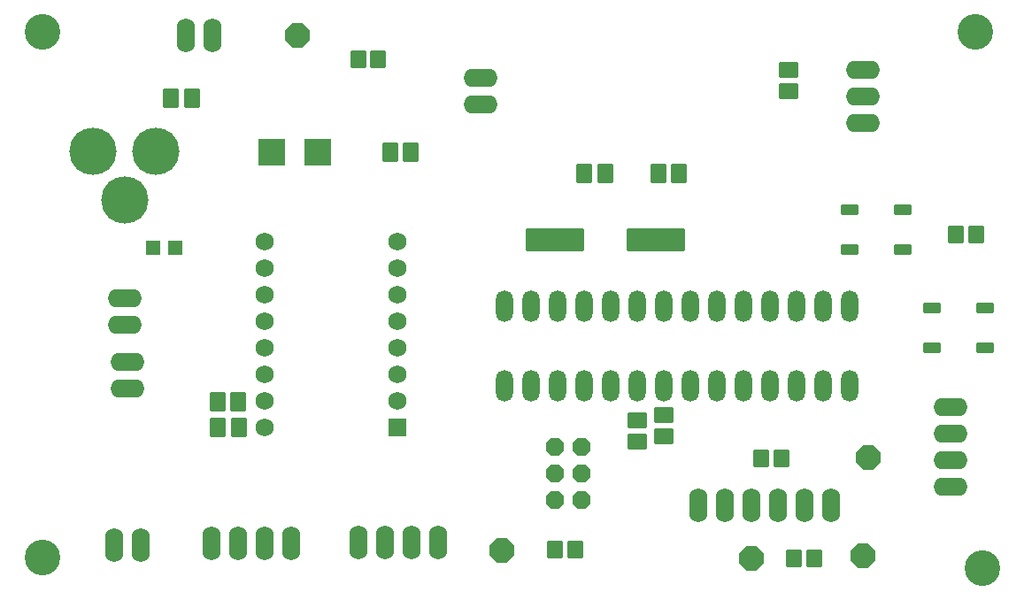
<source format=gts>
%TF.GenerationSoftware,KiCad,Pcbnew,(6.0.8)*%
%TF.CreationDate,2022-11-16T21:32:55-08:00*%
%TF.ProjectId,T5Cad,54354361-642e-46b6-9963-61645f706362,2.3.1*%
%TF.SameCoordinates,Original*%
%TF.FileFunction,Soldermask,Top*%
%TF.FilePolarity,Negative*%
%FSLAX46Y46*%
G04 Gerber Fmt 4.6, Leading zero omitted, Abs format (unit mm)*
G04 Created by KiCad (PCBNEW (6.0.8)) date 2022-11-16 21:32:55*
%MOMM*%
%LPD*%
G01*
G04 APERTURE LIST*
G04 Aperture macros list*
%AMRoundRect*
0 Rectangle with rounded corners*
0 $1 Rounding radius*
0 $2 $3 $4 $5 $6 $7 $8 $9 X,Y pos of 4 corners*
0 Add a 4 corners polygon primitive as box body*
4,1,4,$2,$3,$4,$5,$6,$7,$8,$9,$2,$3,0*
0 Add four circle primitives for the rounded corners*
1,1,$1+$1,$2,$3*
1,1,$1+$1,$4,$5*
1,1,$1+$1,$6,$7*
1,1,$1+$1,$8,$9*
0 Add four rect primitives between the rounded corners*
20,1,$1+$1,$2,$3,$4,$5,0*
20,1,$1+$1,$4,$5,$6,$7,0*
20,1,$1+$1,$6,$7,$8,$9,0*
20,1,$1+$1,$8,$9,$2,$3,0*%
%AMFreePoly0*
4,1,25,0.506863,1.161696,0.518986,1.151342,1.151342,0.518986,1.179849,0.463038,1.181100,0.447144,1.181100,-0.447144,1.161696,-0.506863,1.151342,-0.518986,0.518986,-1.151342,0.463038,-1.179849,0.447144,-1.181100,-0.447144,-1.181100,-0.506863,-1.161696,-0.518986,-1.151342,-1.151342,-0.518986,-1.179849,-0.463038,-1.181100,-0.447144,-1.181100,0.447144,-1.161696,0.506863,-1.151342,0.518986,
-0.518986,1.151342,-0.463038,1.179849,-0.447144,1.181100,0.447144,1.181100,0.506863,1.161696,0.506863,1.161696,$1*%
%AMFreePoly1*
4,1,25,0.380735,0.857196,0.392858,0.846842,0.846842,0.392858,0.875349,0.336910,0.876600,0.321016,0.876600,-0.321016,0.857196,-0.380735,0.846842,-0.392858,0.392858,-0.846842,0.336910,-0.875349,0.321016,-0.876600,-0.321016,-0.876600,-0.380735,-0.857196,-0.392858,-0.846842,-0.846842,-0.392858,-0.875349,-0.336910,-0.876600,-0.321016,-0.876600,0.321016,-0.857196,0.380735,-0.846842,0.392858,
-0.392858,0.846842,-0.336910,0.875349,-0.321016,0.876600,0.321016,0.876600,0.380735,0.857196,0.380735,0.857196,$1*%
G04 Aperture macros list end*
%ADD10FreePoly0,0.000000*%
%ADD11O,3.251200X1.727200*%
%ADD12RoundRect,0.101600X-0.650000X-0.750000X0.650000X-0.750000X0.650000X0.750000X-0.650000X0.750000X0*%
%ADD13FreePoly1,270.000000*%
%ADD14O,1.727200X3.251200*%
%ADD15RoundRect,0.101600X-0.650000X-0.800000X0.650000X-0.800000X0.650000X0.800000X-0.650000X0.800000X0*%
%ADD16RoundRect,0.101600X0.650000X0.800000X-0.650000X0.800000X-0.650000X-0.800000X0.650000X-0.800000X0*%
%ADD17C,3.403600*%
%ADD18RoundRect,0.101600X0.650000X0.750000X-0.650000X0.750000X-0.650000X-0.750000X0.650000X-0.750000X0*%
%ADD19RoundRect,0.101600X0.600000X-0.600000X0.600000X0.600000X-0.600000X0.600000X-0.600000X-0.600000X0*%
%ADD20RoundRect,0.101600X0.762000X-0.381000X0.762000X0.381000X-0.762000X0.381000X-0.762000X-0.381000X0*%
%ADD21RoundRect,0.101600X0.765000X0.765000X-0.765000X0.765000X-0.765000X-0.765000X0.765000X-0.765000X0*%
%ADD22C,1.733200*%
%ADD23RoundRect,0.101600X2.667000X0.965200X-2.667000X0.965200X-2.667000X-0.965200X2.667000X-0.965200X0*%
%ADD24RoundRect,0.101600X-0.800000X0.650000X-0.800000X-0.650000X0.800000X-0.650000X0.800000X0.650000X0*%
%ADD25RoundRect,0.101600X0.800000X-0.650000X0.800000X0.650000X-0.800000X0.650000X-0.800000X-0.650000X0*%
%ADD26O,1.625600X3.048000*%
%ADD27RoundRect,0.101600X1.200000X1.200000X-1.200000X1.200000X-1.200000X-1.200000X1.200000X-1.200000X0*%
%ADD28C,4.521200*%
G04 APERTURE END LIST*
D10*
%TO.C,TP3*%
X178308000Y-101600000D03*
%TD*%
D11*
%TO.C,JP2*%
X188976000Y-59944000D03*
X188976000Y-57404000D03*
X188976000Y-54864000D03*
%TD*%
D12*
%TO.C,R3*%
X179313800Y-91998800D03*
X181213800Y-91998800D03*
%TD*%
D13*
%TO.C,J1*%
X159512000Y-90932000D03*
X162052000Y-90932000D03*
X159512000Y-93472000D03*
X162052000Y-93472000D03*
X159512000Y-96012000D03*
X162052000Y-96012000D03*
%TD*%
D14*
%TO.C,JP4*%
X140716000Y-100076000D03*
X143256000Y-100076000D03*
X145796000Y-100076000D03*
X148336000Y-100076000D03*
%TD*%
D15*
%TO.C,C6*%
X143780000Y-62738000D03*
X145780000Y-62738000D03*
%TD*%
%TO.C,C7*%
X127270000Y-86614000D03*
X129270000Y-86614000D03*
%TD*%
D16*
%TO.C,C10*%
X124834800Y-57556400D03*
X122834800Y-57556400D03*
%TD*%
D10*
%TO.C,TP4*%
X134874000Y-51562000D03*
%TD*%
%TO.C,TP5*%
X154432000Y-100838000D03*
%TD*%
D15*
%TO.C,C2*%
X169418000Y-64770000D03*
X171418000Y-64770000D03*
%TD*%
D17*
%TO.C,H3*%
X110500000Y-101500000D03*
%TD*%
D18*
%TO.C,R1*%
X161478000Y-100711000D03*
X159578000Y-100711000D03*
%TD*%
D16*
%TO.C,C1*%
X164363400Y-64744600D03*
X162363400Y-64744600D03*
%TD*%
D19*
%TO.C,D1*%
X123224000Y-71882000D03*
X121124000Y-71882000D03*
%TD*%
D20*
%TO.C,SW1*%
X195580000Y-77597000D03*
X200660000Y-77597000D03*
X195580000Y-81407000D03*
X200660000Y-81407000D03*
%TD*%
D16*
%TO.C,C9*%
X129302000Y-89077800D03*
X127302000Y-89077800D03*
%TD*%
D21*
%TO.C,U8*%
X144516600Y-89077800D03*
D22*
X144516600Y-86537800D03*
X144516600Y-83997800D03*
X144516600Y-81457800D03*
X144516600Y-78917800D03*
X144516600Y-76377800D03*
X144516600Y-73837800D03*
X144516600Y-71297800D03*
X131816600Y-71297800D03*
X131816600Y-73837800D03*
X131816600Y-76377800D03*
X131816600Y-78917800D03*
X131816600Y-81457800D03*
X131816600Y-83997800D03*
X131816600Y-86537800D03*
X131816600Y-89077800D03*
%TD*%
D23*
%TO.C,Y1*%
X169164000Y-71120000D03*
X159512000Y-71120000D03*
%TD*%
D24*
%TO.C,C5*%
X167386000Y-88392000D03*
X167386000Y-90392000D03*
%TD*%
%TO.C,C3*%
X169926000Y-87884000D03*
X169926000Y-89884000D03*
%TD*%
D11*
%TO.C,JP5*%
X152400000Y-58166000D03*
X152400000Y-55626000D03*
%TD*%
D17*
%TO.C,H1*%
X199750000Y-51250000D03*
%TD*%
D11*
%TO.C,JP1*%
X197358000Y-87122000D03*
X197358000Y-89662000D03*
X197358000Y-92202000D03*
X197358000Y-94742000D03*
%TD*%
D12*
%TO.C,R6*%
X140716000Y-53848000D03*
X142616000Y-53848000D03*
%TD*%
D11*
%TO.C,JP8*%
X118618000Y-85344000D03*
X118618000Y-82804000D03*
%TD*%
D14*
%TO.C,J3*%
X173228000Y-96520000D03*
X175768000Y-96520000D03*
X178308000Y-96520000D03*
X180848000Y-96520000D03*
X183388000Y-96520000D03*
X185928000Y-96520000D03*
%TD*%
D20*
%TO.C,SW2*%
X187706000Y-68199000D03*
X192786000Y-68199000D03*
X187706000Y-72009000D03*
X192786000Y-72009000D03*
%TD*%
D25*
%TO.C,C4*%
X181864000Y-56880000D03*
X181864000Y-54880000D03*
%TD*%
D18*
%TO.C,R4*%
X199832000Y-70612000D03*
X197932000Y-70612000D03*
%TD*%
D14*
%TO.C,JP6*%
X126746000Y-51562000D03*
X124206000Y-51562000D03*
%TD*%
D17*
%TO.C,H2*%
X110500000Y-51250000D03*
%TD*%
D12*
%TO.C,R2*%
X182438000Y-101600000D03*
X184338000Y-101600000D03*
%TD*%
D10*
%TO.C,TP1*%
X188976000Y-101346000D03*
%TD*%
D17*
%TO.C,H4*%
X200406000Y-102500000D03*
%TD*%
D26*
%TO.C,U4*%
X187706000Y-77470000D03*
X185166000Y-77470000D03*
X182626000Y-77470000D03*
X180086000Y-77470000D03*
X177546000Y-77470000D03*
X175006000Y-77470000D03*
X172466000Y-77470000D03*
X169926000Y-77470000D03*
X167386000Y-77470000D03*
X164846000Y-77470000D03*
X162306000Y-77470000D03*
X159766000Y-77470000D03*
X157226000Y-77470000D03*
X154686000Y-77470000D03*
X154686000Y-85090000D03*
X157226000Y-85090000D03*
X159766000Y-85090000D03*
X162306000Y-85090000D03*
X164846000Y-85090000D03*
X167386000Y-85090000D03*
X169926000Y-85090000D03*
X172466000Y-85090000D03*
X175006000Y-85090000D03*
X177546000Y-85090000D03*
X180086000Y-85090000D03*
X182626000Y-85090000D03*
X185166000Y-85090000D03*
X187706000Y-85090000D03*
%TD*%
D10*
%TO.C,TP2*%
X189484000Y-91948000D03*
%TD*%
D27*
%TO.C,D2*%
X132420000Y-62738000D03*
X136820000Y-62738000D03*
%TD*%
D11*
%TO.C,JP9*%
X118364000Y-76708000D03*
X118364000Y-79248000D03*
%TD*%
D14*
%TO.C,JP3*%
X134315200Y-100177600D03*
X131775200Y-100177600D03*
X129235200Y-100177600D03*
X126695200Y-100177600D03*
%TD*%
%TO.C,JP7*%
X117348000Y-100330000D03*
X119888000Y-100330000D03*
%TD*%
D28*
%TO.C,J2*%
X115395500Y-62621300D03*
X118395500Y-67321300D03*
X121395500Y-62621300D03*
%TD*%
M02*

</source>
